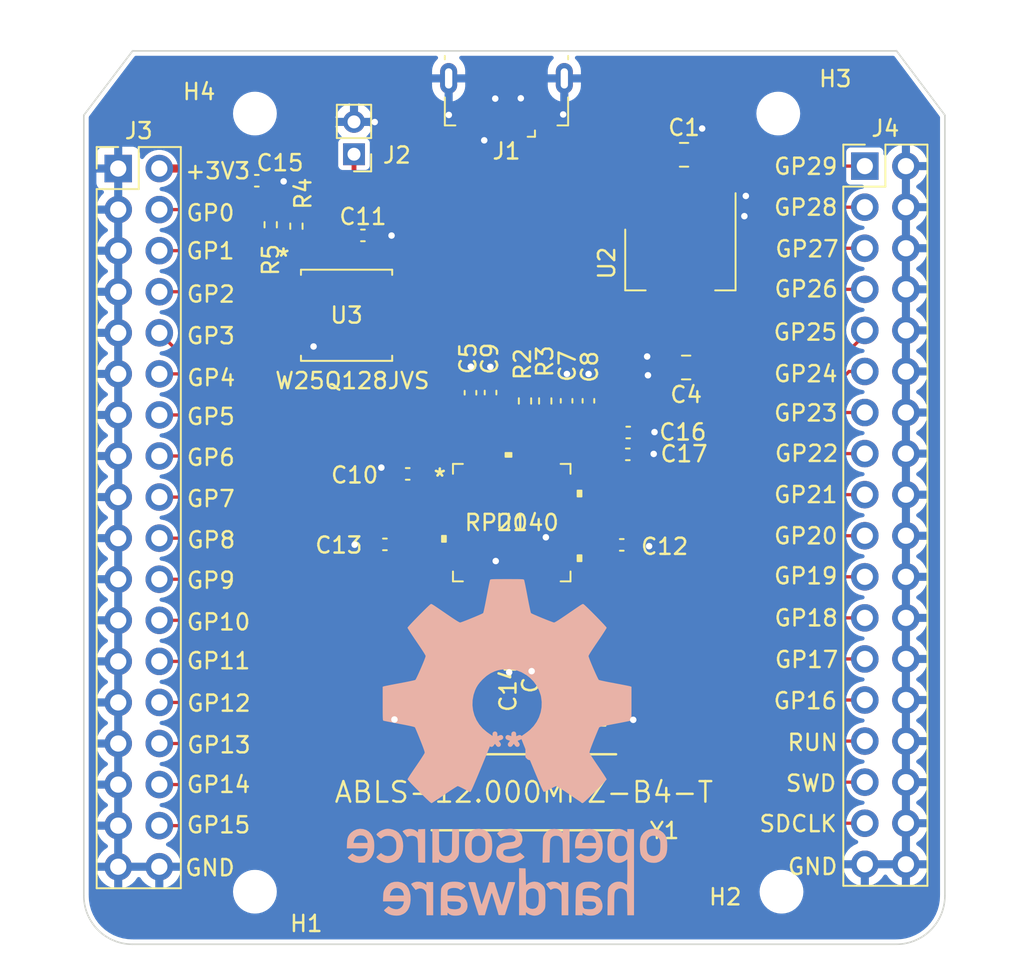
<source format=kicad_pcb>
(kicad_pcb (version 20211014) (generator pcbnew)
  (layers (0 "F.Cu" signal) (31 "B.Cu" power) (34 "B.Paste" user) (35 "F.Paste" user) (36 "B.SilkS" user "B.Silkscreen") (37 "F.SilkS" user "F.Silkscreen") (38 "B.Mask" user) (39 "F.Mask" user) (44 "Edge.Cuts" user))
  (net 0 "")
  (net 1 "VBUS")
  (net 2 "USB_DM")
  (net 3 "USB_DP")
  (net 5 "GND")
  (net 6 "Net-(J2-Pad1)")
  (net 7 "10VDD")
  (net 8 "GPIO0")
  (net 9 "GPIO1")
  (net 10 "GPIO2")
  (net 11 "GPIO3")
  (net 12 "GPIO4")
  (net 13 "GPIO5")
  (net 14 "GPIO6")
  (net 15 "GPIO7")
  (net 16 "GPIO8")
  (net 17 "GPIO9")
  (net 18 "GPIO10")
  (net 19 "GPIO11")
  (net 20 "GPIO12")
  (net 21 "GPIO13")
  (net 22 "GPIO14")
  (net 23 "GPIO15")
  (net 24 "GPIO26_ADC_0")
  (net 25 "GPIO25")
  (net 26 "GPIO24")
  (net 27 "GPIO23")
  (net 28 "GPIO22")
  (net 29 "GPIO21")
  (net 30 "GPIO20")
  (net 31 "GPIO19")
  (net 32 "GPIO18")
  (net 33 "GPIO17")
  (net 34 "GPIO16")
  (net 35 "RUN")
  (net 36 "SWDIO")
  (net 37 "SWCLK")
  (net 38 "XIN")
  (net 39 "XOUT")
  (net 40 "DVDD")
  (net 41 "GPIO27_ADC_1")
  (net 42 "GPIO28_ADC_2")
  (net 43 "GPIO29_ADC_3")
  (net 44 "Net-(R3-Pad1)")
  (net 45 "Net-(R2-Pad1)")
  (net 46 "QSPI_SD3")
  (net 47 "QSPI_SCLK")
  (net 48 "QSPI_SD0")
  (net 49 "QSPI_SD2")
  (net 50 "QSPI_SD1")
  (net 51 "QSPI_SS")
  (net 52 "Net-(C3-Pad2)")
  (footprint "MountingHole:MountingHole_2.1mm" (layer "F.Cu") (at 108.925 35.025)
    (fp_text reference "H3")
    (fp_text value "MountingHole")
  )
  (footprint "Capacitor_SMD:C_0402_1005Metric_Pad0.74x0.62mm_HandSolder" (layer "F.Cu") (at 98.125 72.525 180)
    (fp_text reference "C3")
    (fp_text value "27p")
  )
  (footprint "W25Q128JVS_footprints:W25Q128JVSIQ TR" (layer "F.Cu") (at 82.24 47.5)
    (fp_text reference "U3")
    (fp_text value "W25Q128JVS")
  )
  (footprint "Capacitor_SMD:C_0805_2012Metric_Pad1.18x1.45mm_HandSolder" (layer "F.Cu") (at 103.23 50.73 180)
    (fp_text reference "C4")
    (fp_text value "10u")
  )
  (footprint "Capacitor_SMD:C_0402_1005Metric_Pad0.74x0.62mm_HandSolder" (layer "F.Cu") (at 92.25 67.875 -90)
    (fp_text reference "C14")
    (fp_text value "100n")
  )
  (footprint "Capacitor_SMD:C_0402_1005Metric_Pad0.74x0.62mm_HandSolder" (layer "F.Cu") (at 95.84 52.79 90)
    (fp_text reference "C7")
    (fp_text value "1u")
  )
  (footprint "Capacitor_SMD:C_0402_1005Metric_Pad0.74x0.62mm_HandSolder" (layer "F.Cu") (at 99.25 61.7)
    (fp_text reference "C12")
    (fp_text value "100n")
  )
  (footprint "Resistor_SMD:R_0402_1005Metric_Pad0.72x0.64mm_HandSolder" (layer "F.Cu") (at 93.27 52.8 90)
    (fp_text reference "R2")
    (fp_text value "27.4")
  )
  (footprint "Capacitor_SMD:C_0402_1005Metric_Pad0.74x0.62mm_HandSolder" (layer "F.Cu") (at 91.14 52.28 90)
    (fp_text reference "C9")
    (fp_text value "100n")
  )
  (footprint "MountingHole:MountingHole_2.1mm" (layer "F.Cu") (at 109.125 83.15)
    (fp_text reference "H2")
    (fp_text value "MountingHole")
  )
  (footprint "Resistor_SMD:R_0402_1005Metric_Pad0.72x0.64mm_HandSolder" (layer "F.Cu") (at 79.14 41.99 -90)
    (fp_text reference "R4")
    (fp_text value "1k")
  )
  (footprint "Package_TO_SOT_SMD:SOT-223-3_TabPin2" (layer "F.Cu") (at 102.875 44.05 -90)
    (fp_text reference "U2")
    (fp_text value "NCP1117-3.3_SOT223")
  )
  (footprint "Connector_PinHeader_2.54mm:PinHeader_2x18_P2.54mm_Vertical" (layer "F.Cu") (at 68.125 38.425)
    (fp_text reference "J3")
    (fp_text value "Conn_02x18_Odd_Even")
  )
  (footprint "Resistor_SMD:R_0402_1005Metric_Pad0.72x0.64mm_HandSolder" (layer "F.Cu") (at 77.55 41.9 90)
    (fp_text reference "R5")
    (fp_text value "DNF")
  )
  (footprint "Capacitor_SMD:C_0402_1005Metric_Pad0.74x0.62mm_HandSolder" (layer "F.Cu") (at 84.61 61.67 180)
    (fp_text reference "C13")
    (fp_text value "100n")
  )
  (footprint "Capacitor_SMD:C_0805_2012Metric_Pad1.18x1.45mm_HandSolder" (layer "F.Cu") (at 103.1 37.575)
    (fp_text reference "C1")
    (fp_text value "10u")
  )
  (footprint "Capacitor_SMD:C_0402_1005Metric_Pad0.74x0.62mm_HandSolder" (layer "F.Cu") (at 99.625 56.1)
    (fp_text reference "C17")
    (fp_text value "100n")
  )
  (footprint "Capacitor_SMD:C_0402_1005Metric_Pad0.74x0.62mm_HandSolder" (layer "F.Cu") (at 97.19 52.79 90)
    (fp_text reference "C8")
    (fp_text value "1u")
  )
  (footprint "Capacitor_SMD:C_0402_1005Metric_Pad0.74x0.62mm_HandSolder" (layer "F.Cu") (at 86.02 57.31 180)
    (fp_text reference "C10")
    (fp_text value "100n")
  )
  (footprint "Capacitor_SMD:C_0402_1005Metric_Pad0.74x0.62mm_HandSolder" (layer "F.Cu") (at 83.25 42.56)
    (fp_text reference "C11")
    (fp_text value "100n")
  )
  (footprint "Connector_PinHeader_2.54mm:PinHeader_2x18_P2.54mm_Vertical" (layer "F.Cu") (at 114.275 38.275)
    (fp_text reference "J4")
    (fp_text value "Conn_02x18_Odd_Even")
  )
  (footprint "Capacitor_SMD:C_0402_1005Metric_Pad0.74x0.62mm_HandSolder" (layer "F.Cu") (at 89.9 52.29 90)
    (fp_text reference "C5")
    (fp_text value "100n")
  )
  (footprint "rp2040_footprints:RP2040" (layer "F.Cu") (at 92.45 60.325)
    (fp_text reference "U1")
    (fp_text value "RP2040")
  )
  (footprint "Connector_PinHeader_2.00mm:PinHeader_1x02_P2.00mm_Vertical" (layer "F.Cu") (at 82.7 37.54 180)
    (fp_text reference "J2")
    (fp_text value "Conn_01x02_Male")
  )
  (footprint "Capacitor_SMD:C_0402_1005Metric_Pad0.74x0.62mm_HandSolder" (layer "F.Cu") (at 99.65 54.75)
    (fp_text reference "C16")
    (fp_text value "100n")
  )
  (footprint "Resistor_SMD:R_0402_1005Metric_Pad0.72x0.64mm_HandSolder" (layer "F.Cu") (at 94.52 52.8 90)
    (fp_text reference "R3")
    (fp_text value "27.4")
  )
  (footprint "Resistor_SMD:R_0402_1005Metric_Pad0.72x0.64mm_HandSolder" (layer "F.Cu") (at 89.825 69.325 90)
    (fp_text reference "R1")
    (fp_text value "1k")
  )
  (footprint "MountingHole:MountingHole_2.1mm" (layer "F.Cu") (at 76.575 83.15)
    (fp_text reference "H1")
    (fp_text value "MountingHole")
  )
  (footprint "MountingHole:MountingHole_2.1mm" (layer "F.Cu") (at 76.575 35.025)
    (fp_text reference "H4")
    (fp_text value "MountingHole")
  )
  (footprint "Capacitor_SMD:C_0402_1005Metric_Pad0.74x0.62mm_HandSolder" (layer "F.Cu") (at 86.8 72.5)
    (fp_text reference "C2")
    (fp_text value "27p")
  )
  (footprint "Connector_USB:USB_Micro-B_GCT_USB3076-30-A" (layer "F.Cu") (at 92.125 34.05 180)
    (fp_text reference "J1")
    (fp_text value "USB_B_Micro")
  )
  (footprint "Capacitor_SMD:C_0402_1005Metric_Pad0.74x0.62mm_HandSolder" (layer "F.Cu") (at 93.675 67.825 -90)
    (fp_text reference "C6")
    (fp_text value "100n")
  )
  (footprint "Capacitor_SMD:C_0402_1005Metric_Pad0.74x0.62mm_HandSolder" (layer "F.Cu") (at 76.69 39.18)
    (fp_text reference "C15")
    (fp_text value "10u")
  )
  (footprint "ABLS-12.000MHZ-B4-T_footprints:Abracon-ABLS-12.000MHZ-B4-T-0" (layer "F.Cu") (at 93.2 77 180)
    (fp_text reference "Y1")
    (fp_text value "ABLS-12.000MHZ-B4-T")
  )
  (footprint "LOGO" (layer "B.Cu") (at 92.175 74.225 180)
    (fp_text reference "G***")
    (fp_text value "LOGO" hide)
  )
  (gr_line (start 116.2375 31.15) (end 69.0125 31.15) (layer "Edge.Cuts") (width 0.1))
  (gr_line (start 69 86.4) (end 116.225 86.4) (layer "Edge.Cuts") (width 0.1))
  (gr_line locked (start 66 35.125) (end 66 83.4) (layer "Edge.Cuts") (width 0.1))
  (gr_line (start 116.2375 31.15) (end 119.225 35.125) (layer "Edge.Cuts") (width 0.1))
  (gr_arc (start 69 86.4) (mid 66.87868 85.52132) (end 66 83.4) (layer "Edge.Cuts") (width 0.1))
  (gr_arc (start 119.225 83.4) (mid 118.34632 85.52132) (end 116.225 86.4) (layer "Edge.Cuts") (width 0.1))
  (gr_line (start 119.225 83.4) (end 119.225 35.125) (layer "Edge.Cuts") (width 0.1))
  (gr_line (start 66 35.125) (end 69.0125 31.15) (layer "Edge.Cuts") (width 0.1))
  (gr_text "GP16\n" (at 110.6 71.35) (layer "F.SilkS") (effects (font (size 1 1))))
  (gr_text "GP23\n" (at 110.625 53.55) (layer "F.SilkS") (effects (font (size 1 1))))
  (gr_text "GP29\n" (at 110.625 38.3) (layer "F.SilkS") (effects (font (size 1 1))))
  (gr_text "GP25\n" (at 110.6 48.55) (layer "F.SilkS") (effects (font (size 1 1))))
  (gr_text "GP24\n" (at 110.625 51.125) (layer "F.SilkS") (effects (font (size 1 1))))
  (gr_text "GP20\n" (at 110.625 61.15) (layer "F.SilkS") (effects (font (size 1 1))))
  (gr_text "GP7\n" (at 73.85 58.85) (layer "F.SilkS") (effects (font (size 1 1))))
  (gr_text "GP27\n" (at 110.7 43.4) (layer "F.SilkS") (effects (font (size 1 1))))
  (gr_text "GP17\n" (at 110.675 68.8) (layer "F.SilkS") (effects (font (size 1 1))))
  (gr_text "GP6\n" (at 73.85 56.3) (layer "F.SilkS") (effects (font (size 1 1))))
  (gr_text "GP13\n" (at 74.35 74.075) (layer "F.SilkS") (effects (font (size 1 1))))
  (gr_text "RUN" (at 111.05 73.925) (layer "F.SilkS") (effects (font (size 1 1))))
  (gr_text "GP3\n" (at 73.85 48.775) (layer "F.SilkS") (effects (font (size 1 1))))
  (gr_text "GP1\n" (at 73.825 43.525) (layer "F.SilkS") (effects (font (size 1 1))))
  (gr_text "GP9\n" (at 73.85 63.9) (layer "F.SilkS") (effects (font (size 1 1))))
  (gr_text "SWD" (at 110.95 76.45) (layer "F.SilkS") (effects (font (size 1 1))))
  (gr_text "GP15\n" (at 74.325 79.025) (layer "F.SilkS") (effects (font (size 1 1))))
  (gr_text "SDCLK" (at 110.15 78.95) (layer "F.SilkS") (effects (font (size 1 1))))
  (gr_text "GP28\n" (at 110.625 40.825) (layer "F.SilkS") (effects (font (size 1 1))))
  (gr_text "GP8\n" (at 73.875 61.4) (layer "F.SilkS") (effects (font (size 1 1))))
  (gr_text "GND\n" (at 73.8 81.675) (layer "F.SilkS") (effects (font (size 1 1))))
  (gr_text "GP22\n" (at 110.675 56.05) (layer "F.SilkS") (effects (font (size 1 1))))
  (gr_text "GP4\n\n" (at 73.875 52.175) (layer "F.SilkS") (effects (font (size 1 1))))
  (gr_text "GP14\n" (at 74.325 76.525) (layer "F.SilkS") (effects (font (size 1 1))))
  (gr_text "GP26\n" (at 110.65 45.875) (layer "F.SilkS") (effects (font (size 1 1))))
  (gr_text "GND\n" (at 111.05 81.6) (layer "F.SilkS") (effects (font (size 1 1))))
  (gr_text "GP10\n" (at 74.325 66.475) (layer "F.SilkS") (effects (font (size 1 1))))
  (gr_text "GP18\n" (at 110.65 66.225) (layer "F.SilkS") (effects (font (size 1 1))))
  (gr_text "GP2" (at 73.85 46.2) (layer "F.SilkS") (effects (font (size 1 1))))
  (gr_text "+3V3" (at 74.275 38.575) (layer "F.SilkS") (effects (font (size 1 1))))
  (gr_text "GP12\n" (at 74.35 71.5) (layer "F.SilkS") (effects (font (size 1 1))))
  (gr_text "GP0" (at 73.825 41.175) (layer "F.SilkS") (effects (font (size 1 1))))
  (gr_text "GP19\n" (at 110.625 63.625) (layer "F.SilkS") (effects (font (size 1 1))))
  (gr_text "GP11\n" (at 74.325 68.875) (layer "F.SilkS") (effects (font (size 1 1))))
  (gr_text "GP21\n" (at 110.625 58.6) (layer "F.SilkS") (effects (font (size 1 1))))
  (gr_text "GP5\n\n" (at 73.85 54.575) (layer "F.SilkS") (effects (font (size 1 1))))
  (segment (start 100.575 39.735) (end 100.575 40.9) (width 0.5) (layer "F.Cu") (net 1))
  (segment (start 96.79 40.9) (end 100.575 40.9) (width 0.3) (layer "F.Cu") (net 1))
  (segment (start 93.425 37.535) (end 96.79 40.9) (width 0.3) (layer "F.Cu") (net 1))
  (segment (start 102.0625 37.575) (end 102.0625 38.2475) (width 0.5) (layer "F.Cu") (net 1))
  (segment (start 102.0625 38.2475) (end 100.575 39.735) (width 0.5) (layer "F.Cu") (net 1))
  (segment (start 93.425 35.5) (end 93.425 37.535) (width 0.3) (layer "F.Cu") (net 1))
  (segment (start 93.78 51.4625) (end 94.52 52.2025) (width 0.3) (layer "F.Cu") (net 2))
  (segment (start 92.775 38.417894) (end 93.78 39.422894) (width 0.3) (layer "F.Cu") (net 2))
  (segment (start 93.78 39.422894) (end 93.78 51.4625) (width 0.3) (layer "F.Cu") (net 2))
  (segment (start 92.775 35.5) (end 92.775 38.417894) (width 0.3) (layer "F.Cu") (net 2))
  (segment (start 93.27 39.62) (end 93.27 52.2025) (width 0.3) (layer "F.Cu") (net 3))
  (segment (start 92.125 38.475) (end 93.27 39.62) (width 0.3) (layer "F.Cu") (net 3))
  (segment (start 92.125 35.5) (end 92.125 38.475) (width 0.3) (layer "F.Cu") (net 3))
  (segment (start 83.97 35.54) (end 83.98 35.55) (width 0.3) (layer "F.Cu") (net 5))
  (segment (start 100.2175 54.75) (end 101.25 54.75) (width 0.3) (layer "F.Cu") (net 5))
  (segment (start 78.5951 49.405) (end 80.175 49.405) (width 0.3) (layer "F.Cu") (net 5))
  (segment (start 105.175 40.9) (end 106.14 40.9) (width 0.5) (layer "F.Cu") (net 5))
  (segment (start 102.1925 50.73) (end 101.5 50.73) (width 0.3) (layer "F.Cu") (net 5))
  (segment (start 97.19 51.14) (end 97.2 51.13) (width 0.3) (layer "F.Cu") (net 5))
  (segment (start 90.825 36.605) (end 90.75 36.68) (width 0.3) (layer "F.Cu") (net 5))
  (segment (start 78.31 39.18) (end 78.35 39.22) (width 0.3) (layer "F.Cu") (net 5))
  (segment (start 101.2 56.1) (end 101.225 56.075) (width 0.3) (layer "F.Cu") (net 5))
  (segment (start 100.86 61.7) (end 100.94 61.78) (width 0.3) (layer "F.Cu") (net 5))
  (segment (start 101.25 54.75) (end 101.275 54.725) (width 0.3) (layer "F.Cu") (net 5))
  (segment (start 102.1925 50.73) (end 101.35 50.73) (width 0.3) (layer "F.Cu") (net 5))
  (segment (start 89.9 50.7) (end 89.92 50.68) (width 0.5) (layer "F.Cu") (net 5))
  (segment (start 93.675 69.505) (end 93.68 69.51) (width 0.5) (layer "F.Cu") (net 5))
  (segment (start 83.8175 42.56) (end 85.01 42.56) (width 0.3) (layer "F.Cu") (net 5))
  (segment (start 89.9 51.7225) (end 89.9 50.7) (width 0.5) (layer "F.Cu") (net 5))
  (segment (start 84.78 57.31) (end 84.39 56.92) (width 0.5) (layer "F.Cu") (net 5))
  (segment (start 91.449999 63.7286) (end 91.449999 62.710001) (width 0.2) (layer "F.Cu") (net 5))
  (segment (start 91 32.85) (end 91 33.67) (width 0.3) (layer "F.Cu") (net 5))
  (segment (start 101.35 50.73) (end 100.87 51.21) (width 0.3) (layer "F.Cu") (net 5))
  (segment (start 85.4525 57.31) (end 84.78 57.31) (width 0.5) (layer "F.Cu") (net 5))
  (segment (start 94.445 35.08) (end 95.63 35.08) (width 0.3) (layer "F.Cu") (net 5))
  (segment (start 106.36 40.9) (end 106.83 41.37) (width 0.5) (layer "F.Cu") (net 5))
  (segment (start 104.1375 37.575) (end 104.1375 36.0325) (width 0.5) (layer "F.Cu") (net 5))
  (segment (start 106.14 40.9) (end 106.92 40.12) (width 0.5) (layer "F.Cu") (net 5))
  (segment (start 80.175 49.405) (end 80.2 49.43) (width 0.3) (layer "F.Cu") (net 5))
  (segment (start 88.59 35.08) (end 88.56 35.11) (width 0.3) (layer "F.Cu") (net 5))
  (segment (start 105.175 40.9) (end 106.36 40.9) (width 0.5) (layer "F.Cu") (net 5))
  (segment (start 90.825 35.5) (end 90.825 36.605) (width 0.3) (layer "F.Cu") (net 5))
  (segment (start 98.6925 72.525) (end 99.955 72.525) (width 0.5) (layer "F.Cu") (net 5))
  (segment (start 99.955 72.525) (end 99.96 72.52) (width 0.5) (layer "F.Cu") (net 5))
  (segment (start 82.76 61.67) (end 82.74 61.69) (width 0.5) (layer "F.Cu") (net 5))
  (segment (start 105.175 39.485) (end 105.175 40.9) (width 0.5) (layer "F.Cu") (net 5))
  (segment (start 92.45 60.325) (end 93.655 60.325) (width 0.3) (layer "F.Cu") (net 5))
  (segment (start 91.14 51.7125) (end 91.14 50.7) (width 0.3) (layer "F.Cu") (net 5))
  (segment (start 93.655 60.325) (end 94.56 61.23) (width 0.3) (layer "F.Cu") (net 5))
  (segment (start 92.25 69.54) (end 92.29 69.58) (width 0.5) (layer "F.Cu") (net 5))
  (segment (start 93.25 32.85) (end 93.25 33.84) (width 0.3) (layer "F.Cu") (net 5))
  (segment (start 93.25 33.84) (end 93.01 34.08) (width 0.3) (layer "F.Cu") (net 5))
  (segment (start 89.805 35.08) (end 88.59 35.08) (width 0.3) (layer "F.Cu") (net 5))
  (segment (start 85.01 42.56) (end 85.02 42.57) (width 0.3) (layer "F.Cu") (net 5))
  (segment (start 77.2575 39.18) (end 78.31 39.18) (width 0.3) (layer "F.Cu") (net 5))
  (segment (start 101.5 50.73) (end 100.82 50.05) (width 0.3) (layer "F.Cu") (net 5))
  (segment (start 86.2325 72.5) (end 85.2 72.5) (width 0.3) (layer "F.Cu") (net 5))
  (segment (start 91 33.67) (end 91.43 34.1) (width 0.3) (layer "F.Cu") (net 5))
  (segment (start 91.14 50.7) (end 91.13 50.69) (width 0.3) (layer "F.Cu") (net 5))
  (segment (start 104.1375 37.575) (end 104.1375 38.4475) (width 0.5) (layer "F.Cu") (net 5))
  (segment (start 82.7 35.54) (end 83.97 35.54) (width 0.3) (layer "F.Cu") (net 5))
  (segment (start 99.8175 61.7) (end 100.86 61.7) (width 0.3) (layer "F.Cu") (net 5))
  (segment (start 95.84 52.2225) (end 95.84 51.15) (width 0.3) (layer "F.Cu") (net 5))
  (segment (start 97.19 52.2225) (end 97.19 51.14) (width 0.3) (layer "F.Cu") (net 5))
  (segment (start 100.1925 56.1) (end 101.2 56.1) (width 0.3) (layer "F.Cu") (net 5))
  (segment (start 92.25 68.4425) (end 92.25 69.54) (width 0.5) (layer "F.Cu") (net 5))
  (segment (start 93.675 68.3925) (end 93.675 69.505) (width 0.5) (layer "F.Cu") (net 5))
  (segment (start 91.449999 62.710001) (end 91.46 62.7) (width 0.2) (layer "F.Cu") (net 5))
  (segment (start 104.1375 38.4475) (end 105.175 39.485) (width 0.5) (layer "F.Cu") (net 5))
  (segment (start 104.1375 36.0325) (end 104.22 35.95) (width 0.5) (layer "F.Cu") (net 5))
  (segment (start 95.84 51.15) (end 95.86 51.13) (width 0.3) (layer "F.Cu") (net 5))
  (segment (start 84.0425 61.67) (end 82.76 61.67) (width 0.5) (layer "F.Cu") (net 5))
  (via (at 106.83 41.37) (size 0.8) (drill 0.4) (layers "F.Cu" "B.Cu") (net 5))
  (via (at 95.63 35.08) (size 0.8) (drill 0.4) (layers "F.Cu" "B.Cu") (net 5))
  (via (at 90.75 36.68) (size 0.8) (drill 0.4) (layers "F.Cu" "B.Cu") (net 5))
  (via (at 99.96 72.52) (size 0.8) (drill 0.4) (layers "F.Cu" "B.Cu") (net 5))
  (via (at 85.2 72.5) (size 0.8) (drill 0.4) (layers "F.Cu" "B.Cu") (net 5))
  (via (at 91.13 50.69) (size 0.8) (drill 0.4) (layers "F.Cu" "B.Cu") (net 5))
  (via (at 100.87 51.21) (size 0.8) (drill 0.4) (layers "F.Cu" "B.Cu") (net 5))
  (via (at 83.98 35.55) (size 0.8) (drill 0.4) (layers "F.Cu" "B.Cu") (net 5))
  (via (at 93.68 69.51) (size 0.8) (drill 0.4) (layers "F.Cu" "B.Cu") (net 5))
  (via (at 101.225 56.075) (size 0.8) (drill 0.4) (layers "F.Cu" "B.Cu") (net 5))
  (via (at 104.22 35.95) (size 0.8) (drill 0.4) (layers "F.Cu" "B.Cu") (net 5))
  (via (at 88.56 35.11) (size 0.8) (drill 0.4) (layers "F.Cu" "B.Cu") (net 5))
  (via (at 91.46 62.7) (size 0.8) (drill 0.4) (layers "F.Cu" "B.Cu") (net 5))
  (via (at 97.2 51.13) (size 0.8) (drill 0.4) (layers "F.Cu" "B.Cu") (net 5))
  (via (at 100.94 61.78) (size 0.8) (drill 0.4) (layers "F.Cu" "B.Cu") (net 5))
  (via (at 82.74 61.69) (size 0.8) (drill 0.4) (layers "F.Cu" "B.Cu") (net 5))
  (via (at 95.86 51.13) (size 0.8) (drill 0.4) (layers "F.Cu" "B.Cu") (net 5))
  (via (at 92.29 69.58) (size 0.8) (drill 0.4) (layers "F.Cu" "B.Cu") (net 5))
  (via (at 106.92 40.12) (size 0.8) (drill 0.4) (layers "F.Cu" "B.Cu") (net 5))
  (via (at 85.02 42.57) (size 0.8) (drill 0.4) (layers "F.Cu" "B.Cu") (net 5))
  (via (at 94.56 61.23) (size 0.8) (drill 0.4) (layers "F.Cu" "B.Cu") (net 5))
  (via (at 80.2 49.43) (size 0.8) (drill 0.4) (layers "F.Cu" "B.Cu") (net 5))
  (via (at 84.39 56.92) (size 0.8) (drill 0.4) (layers "F.Cu" "B.Cu") (net 5))
  (via (at 91.43 34.1) (size 0.8) (drill 0.4) (layers "F.Cu" "B.Cu") (net 5))
  (via (at 100.82 50.05) (size 0.8) (drill 0.4) (layers "F.Cu" "B.Cu") (net 5))
  (via (at 93.01 34.08) (size 0.8) (drill 0.4) (layers "F.Cu" "B.Cu") (net 5))
  (via (at 78.35 39.22) (size 0.8) (drill 0.4) (layers "F.Cu" "B.Cu") (net 5))
  (via (at 101.275 54.725) (size 0.8) (drill 0.4) (layers "F.Cu" "B.Cu") (net 5))
  (via (at 89.92 50.68) (size 0.8) (drill 0.4) (layers "F.Cu" "B.Cu") (net 5))
  (segment (start 82.7 39) (end 82.7 37.54) (width 0.3) (layer "F.Cu") (net 6))
  (segment (start 79.14 41.3925) (end 80.3475 41.3925) (width 0.3) (layer "F.Cu") (net 6))
  (segment (start 80.3475 41.3925) (end 82.72 39.02) (width 0.3) (layer "F.Cu") (net 6))
  (segment (start 82.72 39.02) (end 82.7 39) (width 0.3) (layer "F.Cu") (net 6))
  (segment (start 89.0464 61.325001) (end 86.894999 61.325001) (width 0.2) (layer "F.Cu") (net 7))
  (segment (start 94.650001 56.431371) (end 97.19 53.891371) (width 0.2) (layer "F.Cu") (net 7))
  (segment (start 98.6225 61.76) (end 98.6825 61.7) (width 0.2) (layer "F.Cu") (net 7))
  (segment (start 93.049999 55.620001) (end 93.049999 55.589999) (width 0.2) (layer "F.Cu") (net 7))
  (segment (start 97.984314 56.1) (end 99.0575 56.1) (width 0.2) (layer "F.Cu") (net 7))
  (segment (start 104.2675 48.5925) (end 102.875 47.2) (width 0.5) (layer "F.Cu") (net 7))
  (segment (start 89.0464 57.725) (end 88.125 57.725) (width 0.2) (layer "F.Cu") (net 7))
  (segment (start 92.25 66.65) (end 92.25 67.3075) (width 0.2) (layer "F.Cu") (net 7))
  (segment (start 77.55 41.3025) (end 77.55 41.25) (width 0.3) (layer "F.Cu") (net 7))
  (segment (start 81.35 33.49) (end 84.18 33.49) (width 0.3) (layer "F.Cu") (net 7))
  (segment (start 95.05 56.9214) (end 95.05 56.475) (width 0.2) (layer "F.Cu") (net 7))
  (segment (start 82.6825 41.4075) (end 82.6825 42.56) (width 0.3) (layer "F.Cu") (net 7))
  (segment (start 96.359314 57.725) (end 97.984314 56.1) (width 0.2) (layer "F.Cu") (net 7))
  (segment (start 87.69 57.29) (end 86.6075 57.29) (width 0.2) (layer "F.Cu") (net 7))
  (segment (start 92.25 52.24) (end 91.6425 52.8475) (width 0.3) (layer "F.Cu") (net 7))
  (segment (start 85.2875 61.78) (end 85.1775 61.67) (width 0.2) (layer "F.Cu") (net 7))
  (segment (start 82.6825 44.6925) (end 82.6825 42.56) (width 0.3) (layer "F.Cu") (net 7))
  (segment (start 103.175 53.325) (end 99.375 53.325) (width 0.5) (layer "F.Cu") (net 7))
  (segment (start 85.8849 45.595) (end 83.585 45.595) (width 0.3) (layer "F.Cu") (net 7))
  (segment (start 94.650001 56.9214) (end 94.650001 56.431371) (width 0.2) (layer "F.Cu") (net 7))
  (segment (start 99.375 53.325) (end 99.0825 53.6175) (width 0.5) (layer "F.Cu") (net 7))
  (segment (start 93.049999 55.589999) (end 93.049999 55.349999) (width 0.2) (layer "F.Cu") (net 7))
  (segment (start 104.2675 50.73) (end 104.2675 52.2325) (width 0.5) (layer "F.Cu") (net 7))
  (segment (start 76.8125 41.3025) (end 76.1225 40.6125) (width 0.3) (layer "F.Cu") (net 7))
  (segment (start 72.945 38.425) (end 73.7 39.18) (width 0.5) (layer "F.Cu") (net 7))
  (segment (start 104.2675 50.73) (end 104.2675 48.5925) (width 0.5) (layer "F.Cu") (net 7))
  (segment (start 80.47 34.37) (end 81.35 33.49) (width 0.3) (layer "F.Cu") (net 7))
  (segment (start 85.06 34.37) (end 85.06 39.03) (width 0.3) (layer "F.Cu") (net 7))
  (segment (start 77.55 41.25) (end 80.47 38.33) (width 0.3) (layer "F.Cu") (net 7))
  (segment (start 92.65 66.23) (end 92.66 66.24) (width 0.2) (layer "F.Cu") (net 7))
  (segment (start 92.65 56.9214) (end 92.65 56.02) (width 0.2) (layer "F.Cu") (net 7))
  (segment (start 85.06 39.03) (end 82.6825 41.4075) (width 0.3) (layer "F.Cu") (net 7))
  (segment (start 91.6425 52.8475) (end 91.14 52.8475) (width 0.3) (layer "F.Cu") (net 7))
  (segment (start 99.0825 53.6175) (end 99.0825 54.75) (width 0.5) (layer "F.Cu") (net 7))
  (segment (start 77.55 41.3025) (end 76.8125 41.3025) (width 0.3) (layer "F.Cu") (net 7))
  (segment (start 86.44 61.78) (end 85.2875 61.78) (width 0.2) (layer "F.Cu") (net 7))
  (segment (start 102.875 40.9) (end 102.875 47.2) (width 0.5) (layer "F.Cu") (net 7))
  (segment (start 95.8536 61.325001) (end 97.645001 61.325001) (width 0.2) (layer "F.Cu") (net 7))
  (segment (start 97.19 53.891371) (end 97.19 53.3575) (width 0.2) (layer "F.Cu") (net 7))
  (segment (start 104.2675 52.2325) (end 103.175 53.325) (width 0.5) (layer "F.Cu") (net 7))
  (segment (start 86.6075 57.29) (end 86.5875 57.31) (width 0.2) (layer "F.Cu") (net 7))
  (segment (start 92.65 56.02) (end 93.049999 55.620001) (width 0.2) (layer "F.Cu") (net 7))
  (segment (start 93.049999 55.349999) (end 91.14 53.44) (width 0.2) (layer "F.Cu") (net 7))
  (segment (start 96.775 54.75) (end 99.0825 54.75) (width 0.2) (layer "F.Cu") (net 7))
  (segment (start 86.894999 61.325001) (end 86.44 61.78) (width 0.2) (layer "F.Cu") (net 7))
  (segment (start 92.65 63.7286) (end 92.65 66.23) (width 0.2) (layer "F.Cu") (net 7))
  (segment (start 84.18 33.49) (end 85.06 34.37) (width 0.3) (layer "F.Cu") (net 7))
  (segment (start 80.47 38.33) (end 80.47 34.37) (width 0.3) (layer "F.Cu") (net 7))
  (segment (start 98.08 61.76) (end 98.6225 61.76) (width 0.2) (layer "F.Cu") (net 7))
  (segment (start 92.25 48.88) (end 92.25 52.24) (width 0.3) (layer "F.Cu") (net 7))
  (segment (start 83.585 45.595) (end 82.6825 44.6925) (width 0.3) (layer "F.Cu") (net 7))
  (segment (start 95.8536 57.725) (end 96.359314 57.725) (width 0.2) (layer "F.Cu") (net 7))
  (segment (start 93.049999 56.9214) (end 93.049999 55.589999) (width 0.2) (layer "F.Cu") (net 7))
  (segment (start 88.125 57.725) (end 87.69 57.29) (width 0.2) (layer "F.Cu") (net 7))
  (segment (start 76.1225 40.6125) (end 76.1225 39.18) (width 0.3) (layer "F.Cu") (net 7))
  (segment (start 97.645001 61.325001) (end 98.08 61.76) (width 0.2) (layer "F.Cu") (net 7))
  (segment (start 85.8849 45.595) (end 88.965 45.595) (width 0.3) (layer "F.Cu") (net 7))
  (segment (start 91.14 53.44) (end 91.14 52.8475) (width 0.2) (layer "F.Cu") (net 7))
  (segment (start 70.665 38.425) (end 72.945 38.425) (width 0.5) (layer "F.Cu") (net 7))
  (segment (start 92.66 66.24) (end 92.25 66.65) (width 0.2) (layer "F.Cu") (net 7))
  (segment (start 88.965 45.595) (end 92.25 48.88) (width 0.3) (layer "F.Cu") (net 7))
  (segment (start 95.05 56.475) (end 96.775 54.75) (width 0.2) (layer "F.Cu") (net 7))
  (segment (start 73.7 39.18) (end 76.1225 39.18) (width 0.5) (layer "F.Cu") (net 7))
  (segment (start 89.0464 58.124999) (end 83.174999 58.124999) (width 0.2) (layer "F.Cu") (net 8))
  (segment (start 75.25 50.2) (end 75.25 43.95) (width 0.2) (layer "F.Cu") (net 8))
  (segment (start 83.174999 58.124999) (end 75.25 50.2) (width 0.2) (layer "F.Cu") (net 8))
  (segment (start 75.25 43.95) (end 72.265 40.965) (width 0.2) (layer "F.Cu") (net 8))
  (segment (start 72.265 40.965) (end 70.665 40.965) (width 0.2) (layer "F.Cu") (net 8))
  (segment (start 72.385 43.505) (end 70.665 43.505) (width 0.2) (layer "F.Cu") (net 9))
  (segment (start 82.695001 58.525001) (end 74.27 50.1) (width 0.2) (layer "F.Cu") (net 9))
  (segment (start 74.27 45.39) (end 72.385 43.505) (width 0.2) (layer "F.Cu") (net 9))
  (segment (start 89.0464 58.525001) (end 82.695001 58.525001) (width 0.2) (layer "F.Cu") (net 9))
  (segment (start 74.27 50.1) (end 74.27 45.39) (width 0.2) (layer "F.Cu") (net 9))
  (segment (start 72.005 46.045) (end 70.665 46.045) (width 0.2) (layer "F.Cu") (net 10))
  (segment (start 81.935 58.925) (end 73.04 50.03) (width 0.2) (layer "F.Cu") (net 10))
  (segment (start 89.0464 58.925) (end 81.935 58.925) (width 0.2) (layer "F.Cu") (net 10))
  (segment (start 73.04 50.03) (end 73.04 47.08) (width 0.2) (layer "F.Cu") (net 10))
  (segment (start 73.04 47.08) (end 72.005 46.045) (width 0.2) (layer "F.Cu") (net 10))
  (segment (start 70.665 48.585) (end 81.05 58.97) (width 0.2) (layer "F.Cu") (net 11))
  (segment (start 81.05 58.97) (end 81.05 58.98) (width 0.2) (layer "F.Cu") (net 11))
  (segment (start 81.394999 59.324999) (end 89.0464 59.324999) (width 0.2) (layer "F.Cu") (net 11))
  (segment (start 81.05 58.98) (end 81.394999 59.324999) (width 0.2) (layer "F.Cu") (net 11))
  (segment (start 89.0464 59.725001) (end 80.445001 59.725001) (width 0.2) (layer "F.Cu") (net 12))
  (segment (start 71.845 51.125) (end 70.665 51.125) (width 0.2) (layer "F.Cu") (net 12))
  (segment (start 80.445001 59.725001) (end 71.845 51.125) (width 0.2) (layer "F.Cu") (net 12))
  (segment (start 79.485 60.125) (end 73.025 53.665) (width 0.2) (layer "F.Cu") (net 13))
  (segment (start 73.025 53.665) (end 70.665 53.665) (width 0.2) (layer "F.Cu") (net 13))
  (segment (start 89.0464 60.125) (end 79.485 60.125) (width 0.2) (layer "F.Cu") (net 13))
  (segment (start 89.0464 60.525) (end 77.675 60.525) (width 0.2) (layer "F.Cu") (net 14))
  (segment (start 73.355 56.205) (end 70.665 56.205) (width 0.2) (layer "F.Cu") (net 14))
  (segment (start 77.675 60.525) (end 73.355 56.205) (width 0.2) (layer "F.Cu") (net 14))
  (segment (start 73.855 58.745) (end 70.665 58.745) (width 0.2) (layer "F.Cu") (net 15))
  (segment (start 89.0464 60.924999) (end 76.034999 60.924999) (width 0.2) (layer "F.Cu") (net 15))
  (segment (start 76.034999 60.924999) (end 73.855 58.745) (width 0.2) (layer "F.Cu") (net 15))
  (segment (start 72.095 61.285) (end 70.665 61.285) (width 0.2) (layer "F.Cu") (net 16))
  (segment (start 73.48 62.67) (end 72.095 61.285) (width 0.2) (layer "F.Cu") (net 16))
  (segment (start 89.0464 61.725) (end 87.225 61.725) (width 0.2) (layer "F.Cu") (net 16))
  (segment (start 86.28 62.67) (end 73.48 62.67) (width 0.2) (layer "F.Cu") (net 16))
  (segment (start 87.225 61.725) (end 86.28 62.67) (width 0.2) (layer "F.Cu") (net 16))
  (segment (start 89.0464 62.124999) (end 87.425001 62.124999) (width 0.2) (layer "F.Cu") (net 17))
  (segment (start 85.725 63.825) (end 70.665 63.825) (width 0.2) (layer "F.Cu") (net 17))
  (segment (start 87.425001 62.124999) (end 85.725 63.825) (width 0.2) (layer "F.Cu") (net 17))
  (segment (start 83.86 66.365) (end 70.665 66.365) (width 0.2) (layer "F.Cu") (net 18))
  (segment (start 89.0464 62.525001) (end 87.699999 62.525001) (width 0.2) (layer "F.Cu") (net 18))
  (segment (start 87.699999 62.525001) (end 83.86 66.365) (width 0.2) (layer "F.Cu") (net 18))
  (segment (start 82.07 68.905) (end 70.665 68.905) (width 0.2) (layer "F.Cu") (net 19))
  (segment (start 88.05 62.925) (end 82.07 68.905) (width 0.2) (layer "F.Cu") (net 19))
  (segment (start 89.0464 62.925) (end 88.05 62.925) (width 0.2) (layer "F.Cu") (net 19))
  (segment (start 81.195 71.445) (end 70.665 71.445) (width 0.2) (layer "F.Cu") (net 20))
  (segment (start 89.85 63.7286) (end 88.9114 63.7286) (width 0.2) (layer "F.Cu") (net 20))
  (segment (start 88.9114 63.7286) (end 81.195 71.445) (width 0.2) (layer "F.Cu") (net 20))
  (segment (start 90.249999 63.7286) (end 90.249999 64.559315) (width 0.2) (layer "F.Cu") (net 21))
  (segment (start 90.249999 64.559315) (end 80.824314 73.985) (width 0.2) (layer "F.Cu") (net 21))
  (segment (start 80.824314 73.985) (end 70.665 73.985) (width 0.2) (layer "F.Cu") (net 21))
  (segment (start 78.85 76.525) (end 70.665 76.525) (width 0.2) (layer "F.Cu") (net 22))
  (segment (start 90.650001 64.724999) (end 78.85 76.525) (width 0.2) (layer "F.Cu") (net 22))
  (segment (start 90.650001 63.7286) (end 90.650001 64.724999) (width 0.2) (layer "F.Cu") (net 22))
  (segment (start 91.05 64.9) (end 76.885 79.065) (width 0.2) (layer "F.Cu") (net 23))
  (segment (start 76.885 79.065) (end 70.665 79.065) (width 0.2) (layer "F.Cu") (net 23))
  (segment (start 91.05 63.7286) (end 91.05 64.9) (width 0.2) (layer "F.Cu") (net 23))
  (segment (start 111.45 46.575) (end 112.13 45.895) (width 0.2) (layer "F.Cu") (net 24))
  (segment (start 112.13 45.895) (end 114.275 45.895) (width 0.2) (layer "F.Cu") (net 24))
  (segment (start 95.8536 59.324999) (end 102.715 59.325) (width 0.2) (layer "F.Cu") (net 24))
  (segment (start 111.45 50.59) (end 111.45 46.575) (width 0.2) (layer "F.Cu") (net 24))
  (segment (start 102.715 59.325) (end 111.45 50.59) (width 0.2) (layer "F.Cu") (net 24))
  (segment (start 103.255 59.725) (end 114.275 48.705) (width 0.2) (layer "F.Cu") (net 25))
  (segment (start 95.8536 59.725001) (end 103.255 59.725) (width 0.2) (layer "F.Cu") (net 25))
  (segment (start 114.275 48.705) (end 114.275 48.435) (width 0.2) (layer "F.Cu") (net 25))
  (segment (start 104.15 60.125) (end 113.3 50.975) (width 0.2) (layer "F.Cu") (net 26))
  (segment (start 113.3 50.975) (end 114.275 50.975) (width 0.2) (layer "F.Cu") (net 26))
  (segment (start 95.8536 60.125) (end 104.15 60.125) (width 0.2) (layer "F.Cu") (net 26))
  (segment (start 105.15 60.525) (end 112.16 53.515) (width 0.2) (layer "F.Cu") (net 27))
  (segment (start 112.16 53.515) (end 114.275 53.515) (width 0.2) (layer "F.Cu") (net 27))
  (segment (start 95.8536 60.525) (end 105.15 60.525) (width 0.2) (layer "F.Cu") (net 27))
  (segment (start 105.950001 60.924999) (end 106.86 60.015) (width 0.2) (layer "F.Cu") (net 28))
  (segment (start 95.8536 60.924999) (end 105.950001 60.924999) (width 0.2) (layer "F.Cu") (net 28))
  (segment (start 110.805 56.055) (end 114.275 56.055) (width 0.2) (layer "F.Cu") (net 28))
  (segment (start 106.86 60.015) (end 106.86 60) (width 0.2) (layer "F.Cu") (net 28))
  (segment (start 106.86 60) (end 110.805 56.055) (width 0.2) (layer "F.Cu") (net 28))
  (segment (start 108.15 62.61) (end 112.165 58.595) (width 0.2) (layer "F.Cu") (net 29))
  (segment (start 97.285 61.725) (end 98.17 62.61) (width 0.2) (layer "F.Cu") (net 29))
  (segment (start 98.17 62.61) (end 108.15 62.61) (width 0.2) (layer "F.Cu") (net 29))
  (segment (start 112.165 58.595) (end 114.275 58.595) (width 0.2) (layer "F.Cu") (net 29))
  (segment (start 95.8536 61.725) (end 97.285 61.725) (width 0.2) (layer "F.Cu") (net 29))
  (segment (start 95.8536 62.124999) (end 96.804999 62.124999) (width 0.2) (layer "F.Cu") (net 30))
  (segment (start 109.35 63.16) (end 111.375 61.135) (width 0.2) (layer "F.Cu") (net 30))
  (segment (start 111.375 61.135) (end 114.275 61.135) (width 0.2) (layer "F.Cu") (net 30))
  (segment (start 97.84 63.16) (end 109.35 63.16) (width 0.2) (layer "F.Cu") (net 30))
  (segment (start 96.804999 62.124999) (end 97.84 63.16) (width 0.2) (layer "F.Cu") (net 30))
  (segment (start 95.8536 62.525001) (end 96.525001 62.525001) (width 0.2) (layer "F.Cu") (net 31))
  (segment (start 96.525001 62.525001) (end 97.675 63.675) (width 0.2) (layer "F.Cu") (net 31))
  (segment (start 97.675 63.675) (end 114.275 63.675) (width 0.2) (layer "F.Cu") (net 31))
  (segment (start 96.195 62.925) (end 97.75 64.48) (width 0.2) (layer "F.Cu") (net 32))
  (segment (start 97.75 64.48) (end 99.12 64.48) (width 0.2) (layer "F.Cu") (net 32))
  (segment (start 99.12 64.48) (end 100.855 66.215) (width 0.2) (layer "F.Cu") (net 32))
  (segment (start 100.855 66.215) (end 114.275 66.215) (width 0.2) (layer "F.Cu") (net 32))
  (segment (start 95.8536 62.925) (end 96.195 62.925) (width 0.2) (layer "F.Cu") (net 32))
  (segment (start 95.48 64.89) (end 98.31 64.89) (width 0.2) (layer "F.Cu") (net 33))
  (segment (start 98.31 64.89) (end 102.175 68.755) (width 0.2) (layer "F.Cu") (net 33))
  (segment (start 102.175 68.755) (end 114.275 68.755) (width 0.2) (layer "F.Cu") (net 33))
  (segment (start 95.05 63.7286) (end 95.05 64.46) (width 0.2) (layer "F.Cu") (net 33))
  (segment (start 95.05 64.46) (end 95.48 64.89) (width 0.2) (layer "F.Cu") (net 33))
  (segment (start 103.060686 71.295) (end 114.275 71.295) (width 0.2) (layer "F.Cu") (net 34))
  (segment (start 94.650001 63.7286) (end 94.650001 64.638629) (width 0.2) (layer "F.Cu") (net 34))
  (segment (start 95.301372 65.29) (end 97.055686 65.29) (width 0.2) (layer "F.Cu") (net 34))
  (segment (start 97.055686 65.29) (end 103.060686 71.295) (width 0.2) (layer "F.Cu") (net 34))
  (segment (start 94.650001 64.638629) (end 95.301372 65.29) (width 0.2) (layer "F.Cu") (net 34))
  (segment (start 94.249999 64.804313) (end 95.135686 65.69) (width 0.2) (layer "F.Cu") (net 35))
  (segment (start 96.89 65.69) (end 105.035 73.835) (width 0.2) (layer "F.Cu") (net 35))
  (segment (start 95.135686 65.69) (end 96.89 65.69) (width 0.2) (layer "F.Cu") (net 35))
  (segment (start 94.249999 63.7286) (end 94.249999 64.804313) (width 0.2) (layer "F.Cu") (net 35))
  (segment (start 105.035 73.835) (end 114.275 73.835) (width 0.2) (layer "F.Cu") (net 35))
  (segment (start 93.85 63.7286) (end 93.85 64.97) (width 0.2) (layer "F.Cu") (net 36))
  (segment (start 93.85 64.97) (end 95.01 66.13) (width 0.2) (layer "F.Cu") (net 36))
  (segment (start 95.01 66.13) (end 96.53 66.13) (width 0.2) (layer "F.Cu") (net 36))
  (segment (start 106.775 76.375) (end 114.275 76.375) (width 0.2) (layer "F.Cu") (net 36))
  (segment (start 96.53 66.13) (end 106.775 76.375) (width 0.2) (layer "F.Cu") (net 36))
  (segment (start 108.595 78.915) (end 114.275 78.915) (width 0.2) (layer "F.Cu") (net 37))
  (segment (start 96.1 66.53) (end 108.54 78.97) (width 0.2) (layer "F.Cu") (net 37))
  (segment (start 93.450001 63.7286) (end 93.450001 65.290001) (width 0.2) (layer "F.Cu") (net 37))
  (segment (start 93.450001 65.290001) (end 94.69 66.53) (width 0.2) (layer "F.Cu") (net 37))
  (segment (start 94.69 66.53) (end 96.1 66.53) (width 0.2) (layer "F.Cu") (net 37))
  (segment (start 108.54 78.97) (end 108.595 78.915) (width 0.2) (layer "F.Cu") (net 37))
  (segment (start 88.95 67.85) (end 87.3675 69.4325) (width 0.2) (layer "F.Cu") (net 38))
  (segment (start 91.850001 65.489999) (end 89.49 67.85) (width 0.2) (layer "F.Cu") (net 38))
  (segment (start 91.850001 63.7286) (end 91.850001 65.489999) (width 0.2) (layer "F.Cu") (net 38))
  (segment (start 87.3675 72.5) (end 88.45 73.5825) (width 0.2) (layer "F.Cu") (net 38))
  (segment (start 87.3675 69.4325) (end 87.3675 72.5) (width 0.2) (layer "F.Cu") (net 38))
  (segment (start 88.45 73.5825) (end 88.45 77) (width 0.2) (layer "F.Cu") (net 38))
  (segment (start 89.49 67.85) (end 88.95 67.85) (width 0.2) (layer "F.Cu") (net 38))
  (segment (start 92.25 66.084314) (end 89.825 68.509314) (width 0.2) (layer "F.Cu") (net 39))
  (segment (start 89.825 68.509314) (end 89.825 68.7275) (width 0.2) (layer "F.Cu") (net 39))
  (segment (start 92.25 63.7286) (end 92.25 66.084314) (width 0.2) (layer "F.Cu") (net 39))
  (segment (start 93.675 66.125) (end 93.675 67.2575) (width 0.2) (layer "F.Cu") (net 40))
  (segment (start 89.9 53.08) (end 89.9 52.8575) (width 0.2) (layer "F.Cu") (net 40))
  (segment (start 92.25 55.43) (end 89.9 53.08) (width 0.2) (layer "F.Cu") (net 40))
  (segment (start 93.049999 65.499999) (end 93.675 66.125) (width 0.2) (layer "F.Cu") (net 40))
  (segment (start 95.84 54) (end 95.84 53.3575) (width 0.2) (layer "F.Cu") (net 40))
  (segment (start 94.92 54.92) (end 95.84 54) (width 0.2) (layer "F.Cu") (net 40))
  (segment (start 94.249999 56.265687) (end 94.92 55.595685) (width 0.2) (layer "F.Cu") (net 40))
  (segment (start 93.049999 63.7286) (end 93.049999 65.499999) (width 0.2) (layer "F.Cu") (net 40))
  (segment (start 94.249999 56.9214) (end 94.249999 56.265687) (width 0.2) (layer "F.Cu") (net 40))
  (segment (start 92.25 56.9214) (end 92.25 55.43) (width 0.2) (layer "F.Cu") (net 40))
  (segment (start 94.92 55.595685) (end 94.92 54.92) (width 0.2) (layer "F.Cu") (net 40))
  (segment (start 110.35 50.475) (end 110.35 44.525) (width 0.2) (layer "F.Cu") (net 41))
  (segment (start 101.9 58.925) (end 110.35 50.475) (width 0.2) (layer "F.Cu") (net 41))
  (segment (start 95.8536 58.925) (end 101.9 58.925) (width 0.2) (layer "F.Cu") (net 41))
  (segment (start 110.35 44.525) (end 111.52 43.355) (width 0.2) (layer "F.Cu") (net 41))
  (segment (start 111.52 43.355) (end 114.275 43.355) (width 0.2) (layer "F.Cu") (net 41))
  (segment (start 109.775 50.075) (end 109.775 42.625) (width 0.2) (layer "F.Cu") (net 42))
  (segment (start 101.324999 58.525001) (end 109.775 50.075) (width 0.2) (layer "F.Cu") (net 42))
  (segment (start 111.585 40.815) (end 114.275 40.815) (width 0.2) (layer "F.Cu") (net 42))
  (segment (start 109.775 42.625) (end 111.585 40.815) (width 0.2) (layer "F.Cu") (net 42))
  (segment (start 95.8536 58.525001) (end 101.324999 58.525001) (width 0.2) (layer "F.Cu") (net 42))
  (segment (start 108.75 40.95) (end 111.425 38.275) (width 0.2) (layer "F.Cu") (net 43))
  (segment (start 96.85 57.8) (end 101.25 57.8) (width 0.2) (layer "F.Cu") (net 43))
  (segment (start 95.8536 58.124999) (end 96.525001 58.124999) (width 0.2) (layer "F.Cu") (net 43))
  (segment (start 111.425 38.275) (end 114.275 38.275) (width 0.2) (layer "F.Cu") (net 43))
  (segment (start 101.25 57.8) (end 108.75 50.3) (width 0.2) (layer "F.Cu") (net 43))
  (segment (start 108.75 50.3) (end 108.75 40.95) (width 0.2) (layer "F.Cu") (net 43))
  (segment (start 96.525001 58.124999) (end 96.85 57.8) (width 0.2) (layer "F.Cu") (net 43))
  (segment (start 94.52 55.43) (end 94.52 53.3975) (width 0.2) (layer "F.Cu") (net 44))
  (segment (start 93.85 56.9214) (end 93.85 56.1) (width 0.2) (layer "F.Cu") (net 44))
  (segment (start 93.85 56.1) (end 94.52 55.43) (width 0.2) (layer "F.Cu") (net 44))
  (segment (start 93.450001 54.680001) (end 93.2 54.43) (width 0.2) (layer "F.Cu") (net 45))
  (segment (start 93.450001 56.9214) (end 93.450001 54.680001) (width 0.2) (layer "F.Cu") (net 45))
  (segment (start 93.2 53.4675) (end 93.27 53.3975) (width 0.2) (layer "F.Cu") (net 45))
  (segment (start 93.2 54.43) (end 93.2 53.4675) (width 0.2) (layer "F.Cu") (net 45))
  (segment (start 91.850001 56.9214) (end 91.850001 55.595687) (width 0.2) (layer "F.Cu") (net 46))
  (segment (start 91.850001 55.595687) (end 89.984314 53.73) (width 0.2) (layer "F.Cu") (net 46))
  (segment (start 88.68 53.24) (end 88.68 47.7) (width 0.2) (layer "F.Cu") (net 46))
  (segment (start 87.845 46.865) (end 85.8849 46.865) (width 0.2) (layer "F.Cu") (net 46))
  (segment (start 89.17 53.73) (end 88.68 53.24) (width 0.2) (layer "F.Cu") (net 46))
  (segment (start 89.984314 53.73) (end 89.17 53.73) (width 0.2) (layer "F.Cu") (net 46))
  (segment (start 88.68 47.7) (end 87.845 46.865) (width 0.2) (layer "F.Cu") (net 46))
  (segment (start 88.03 48.78) (end 87.385 48.135) (width 0.2) (layer "F.Cu") (net 47))
  (segment (start 91.449999 55.761371) (end 90.008628 54.32) (width 0.2) (layer "F.Cu") (net 47))
  (segment (start 87.385 48.135) (end 85.8849 48.135) (width 0.2) (layer "F.Cu") (net 47))
  (segment (start 88.03 53.34) (end 88.03 48.78) (width 0.2) (layer "F.Cu") (net 47))
  (segment (start 91.449999 56.9214) (end 91.449999 55.761371) (width 0.2) (layer "F.Cu") (net 47))
  (segment (start 90.008628 54.32) (end 89.01 54.32) (width 0.2) (layer "F.Cu") (net 47))
  (segment (start 89.01 54.32) (end 88.03 53.34) (width 0.2) (layer "F.Cu") (net 47))
  (segment (start 88.79 54.72) (end 87.35 53.28) (width 0.2) (layer "F.Cu") (net 48))
  (segment (start 91.05 56.9214) (end 91.05 55.927058) (width 0.2) (layer "F.Cu") (net 48))
  (segment (start 89.842942 54.72) (end 88.79 54.72) (width 0.2) (layer "F.Cu") (net 48))
  (segment (start 87.35 49.8) (end 86.955 49.405) (width 0.2) (layer "F.Cu") (net 48))
  (segment (start 87.35 53.28) (end 87.35 49.8) (width 0.2) (layer "F.Cu") (net 48))
  (segment (start 86.955 49.405) (end 85.8849 49.405) (width 0.2) (layer "F.Cu") (net 48))
  (segment (start 91.05 55.927058) (end 89.842942 54.72) (width 0.2) (layer "F.Cu") (net 48))
  (segment (start 90.650001 56.9214) (end 90.650001 56.092745) (width 0.2) (layer "F.Cu") (net 49))
  (segment (start 90.650001 56.092745) (end 89.677256 55.12) (width 0.2) (layer "F.Cu") (net 49))
  (segment (start 87.57 55.12) (end 80.585 48.135) (width 0.2) (layer "F.Cu") (net 49))
  (segment (start 80.585 48.135) (end 78.5951 48.135) (width 0.2) (layer "F.Cu") (net 49))
  (segment (start 89.677256 55.12) (end 87.57 55.12) (width 0.2) (layer "F.Cu") (net 49))
  (segment (start 76.84 49.48) (end 76.84 47.14) (width 0.2) (layer "F.Cu") (net 50))
  (segment (start 90.249999 56.289999) (end 89.57 55.61) (width 0.2) (layer "F.Cu") (net 50))
  (segment (start 76.84 47.14) (end 77.115 46.865) (width 0.2) (layer "F.Cu") (net 50))
  (segment (start 90.249999 56.9214) (end 90.249999 56.289999) (width 0.2) (layer "F.Cu") (net 50))
  (segment (start 89.57 55.61) (end 82.97 55.61) (width 0.2) (layer "F.Cu") (net 50))
  (segment (start 77.115 46.865) (end 78.5951 46.865) (width 0.2) (layer "F.Cu") (net 50))
  (segment (start 82.97 55.61) (end 76.84 49.48) (width 0.2) (layer "F.Cu") (net 50))
  (segment (start 82.57 56.11) (end 76.05 49.59) (width 0.2) (layer "F.Cu") (net 51))
  (segment (start 77.55 42.4975) (end 79.05 42.4975) (width 0.3) (layer "F.Cu") (net 51))
  (segment (start 79.05 42.4975) (end 79.14 42.5875) (width 0.3) (layer "F.Cu") (net 51))
  (segment (start 89.85 56.9214) (end 89.85 56.6039) (width 0.2) (layer "F.Cu") (net 51))
  (segment (start 76.05 49.59) (end 76.05 46.13) (width 0.2) (layer "F.Cu") (net 51))
  (segment (start 89.85 56.6039) (end 89.3561 56.11) (width 0.2) (layer "F.Cu") (net 51))
  (segment (start 76.05 46.13) (end 76.585 45.595) (width 0.2) (layer "F.Cu") (net 51))
  (segment (start 80.2 45.02) (end 79.625 45.595) (width 0.3) (layer "F.Cu") (net 51))
  (segment (start 89.3561 56.11) (end 82.57 56.11) (width 0.2) (layer "F.Cu") (net 51))
  (segment (start 80.2 43.3) (end 80.2 45.02) (width 0.3) (layer "F.Cu") (net 51))
  (segment (start 79.4875 42.5875) (end 80.2 43.3) (width 0.3) (layer "F.Cu") (net 51))
  (segment (start 79.625 45.595) (end 78.5951 45.595) (width 0.3) (layer "F.Cu") (net 51))
  (segment (start 76.585 45.595) (end 78.5951 45.595) (width 0.2) (layer "F.Cu") (net 51))
  (segment (start 79.14 42.5875) (end 79.4875 42.5875) (width 0.3) (layer "F.Cu") (net 51))
  (segment (start 91.425 72.525) (end 97.5575 72.525) (width 0.2) (layer "F.Cu") (net 52))
  (segment (start 89.825 70.925) (end 91.425 72.525) (width 0.2) (layer "F.Cu") (net 52))
  (segment (start 97.5575 72.525) (end 97.95 72.9175) (width 0.3) (layer "F.Cu") (net 52))
  (segment (start 97.95 72.9175) (end 97.95 77) (width 0.3) (layer "F.Cu") (net 52))
  (segment (start 89.825 69.9225) (end 89.825 70.925) (width 0.2) (layer "F.Cu") (net 52))
  (zone (net 7) (net_name "10VDD") (layer "F.Cu") (connect_pads (clearance 0.3)) (min_thickness 0.25) (fill yes (thermal_gap 0.5) (thermal_bridge_width 0.5))
    (polygon (pts (xy 103.73 39.81) (xy 103.89 40.04) (xy 103.86 41.88) (xy 103.61 42.08) (xy 103.56 45.84) (xy 104.81 45.84) (xy 105.26 46.13) (xy 105.31 48.33) (xy 104.96 48.82) (xy 101.09 48.82) (xy 100.55 48.26) (xy 100.54 46.53) (xy 100.89 45.84) (xy 102.17 45.87) (xy 102.2 42.2) (xy 102.21 42.2) (xy 101.97 42.01) (xy 102 39.99) (xy 102.15 39.79)))
  )
  (zone (net 1) (net_name "VBUS") (layer "F.Cu") (connect_pads (clearance 0.3)) (min_thickness 0.25) (fill yes (thermal_gap 0.5) (thermal_bridge_width 0.5))
    (polygon (pts (xy 93.69 37.45) (xy 96.91 40.64) (xy 99.74 40.64) (xy 99.74 39.89) (xy 99.83 39.8) (xy 100.26 39.8) (xy 100.29 39.48) (xy 101.46 38.29) (xy 101.4 38.19) (xy 101.43 36.96) (xy 101.5 36.84) (xy 102.58 36.85) (xy 102.7 36.98) (xy 102.7 38.3) (xy 102.6 38.41) (xy 102.4 38.41) (xy 101.08 39.74) (xy 101.15 39.81) (xy 101.35 39.82) (xy 101.44 39.95) (xy 101.44 41.88) (xy 101.29 42.01) (xy 99.91 42.01) (xy 99.76 41.89) (xy 99.74 41.13) (xy 96.7 41.11) (xy 93.22 37.63) (xy 93.2 36.61) (xy 93.18 34.76) (xy 93.66 34.75)))
  )
  (zone (net 5) (net_name "GND") (layer "F.Cu") (connect_pads (clearance 0.3)) (min_thickness 0.25) (fill yes (thermal_gap 0.5) (thermal_bridge_width 0.5))
    (polygon (pts (xy 104.73 35.39) (xy 104.86 35.64) (xy 104.88 38.28) (xy 105.77 39.41) (xy 107.12 39.45) (xy 107.44 39.72) (xy 107.45 41.58) (xy 107.23 42.04) (xy 104.34 42.02) (xy 104.18 41.67) (xy 104.25 39.68) (xy 103.74 39.08) (xy 103.34 38.61) (xy 103.36 35.58) (xy 103.47 35.37)))
  )
  (zone (net 5) (net_name "GND") (layer "B.Cu") (connect_pads (clearance 0.3)) (min_thickness 0.25) (fill yes (thermal_gap 0.5) (thermal_bridge_width 0.5))
    (polygon (pts (xy 119.525 87.1) (xy 65.1 86.675) (xy 65.575 30.9) (xy 65.6 30.9) (xy 119.5 30.6)))
  )
)
</source>
